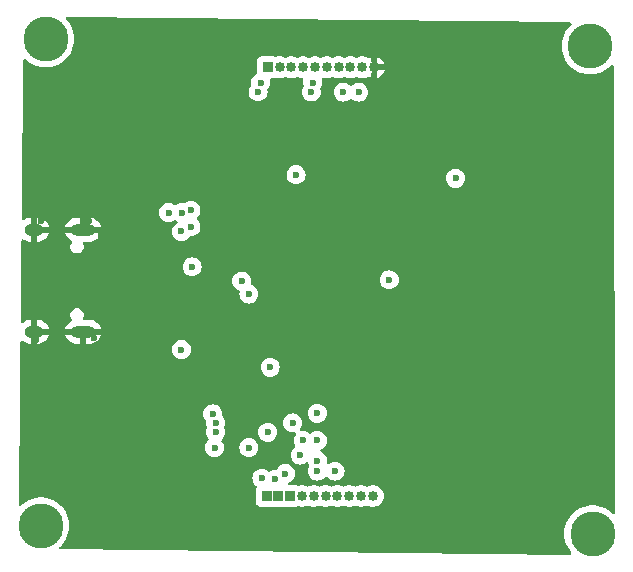
<source format=gbr>
%TF.GenerationSoftware,KiCad,Pcbnew,8.0.3*%
%TF.CreationDate,2024-10-14T16:47:46+01:00*%
%TF.ProjectId,nPM1300 kicad design,6e504d31-3330-4302-906b-696361642064,rev?*%
%TF.SameCoordinates,Original*%
%TF.FileFunction,Copper,L3,Inr*%
%TF.FilePolarity,Positive*%
%FSLAX46Y46*%
G04 Gerber Fmt 4.6, Leading zero omitted, Abs format (unit mm)*
G04 Created by KiCad (PCBNEW 8.0.3) date 2024-10-14 16:47:46*
%MOMM*%
%LPD*%
G01*
G04 APERTURE LIST*
%TA.AperFunction,ComponentPad*%
%ADD10C,3.800000*%
%TD*%
%TA.AperFunction,ComponentPad*%
%ADD11O,2.100000X1.000000*%
%TD*%
%TA.AperFunction,ComponentPad*%
%ADD12O,1.600000X1.000000*%
%TD*%
%TA.AperFunction,ComponentPad*%
%ADD13R,0.850000X0.850000*%
%TD*%
%TA.AperFunction,ComponentPad*%
%ADD14O,0.850000X0.850000*%
%TD*%
%TA.AperFunction,ViaPad*%
%ADD15C,0.600000*%
%TD*%
G04 APERTURE END LIST*
D10*
%TO.N,N/C*%
%TO.C,H1*%
X101700000Y-90100000D03*
%TD*%
%TO.N,N/C*%
%TO.C,H3*%
X148400000Y-90800000D03*
%TD*%
%TO.N,N/C*%
%TO.C,H2*%
X102100000Y-48900000D03*
%TD*%
%TO.N,N/C*%
%TO.C,H4*%
X148200000Y-49500000D03*
%TD*%
D11*
%TO.N,GND*%
%TO.C,J1*%
X105280000Y-65060000D03*
D12*
X101100000Y-65060000D03*
D11*
X105280000Y-73700000D03*
D12*
X101100000Y-73700000D03*
%TD*%
D13*
%TO.N,/GPIO0*%
%TO.C,J2*%
X120800000Y-87600000D03*
%TO.N,/GPIO1*%
X121800000Y-87600000D03*
%TO.N,/GPIO2*%
X122800000Y-87600000D03*
D14*
%TO.N,/GPIO3*%
X123800000Y-87600000D03*
%TO.N,/GPIO4*%
X124800000Y-87600000D03*
%TO.N,VDDIO*%
X125800000Y-87600000D03*
%TO.N,/SCL*%
X126800000Y-87600000D03*
%TO.N,/SDA*%
X127800000Y-87600000D03*
%TO.N,/SHPHLD*%
X128800000Y-87600000D03*
%TO.N,/NTC*%
X129800000Y-87600000D03*
%TD*%
D13*
%TO.N,/LS2_OUT*%
%TO.C,J3*%
X120900000Y-51300000D03*
D14*
%TO.N,/LS2_IN*%
X121900000Y-51300000D03*
%TO.N,/LS1_OUT*%
X122900000Y-51300000D03*
%TO.N,/LS1_IN*%
X123900000Y-51300000D03*
%TO.N,+1V8*%
X124900000Y-51300000D03*
%TO.N,+3V3*%
X125900000Y-51300000D03*
%TO.N,/VBUS_OUT*%
X126900000Y-51300000D03*
%TO.N,VSYS*%
X127900000Y-51300000D03*
%TO.N,/VBAT*%
X128900000Y-51300000D03*
%TO.N,GND*%
X129900000Y-51300000D03*
%TD*%
D15*
%TO.N,VDDIO*%
X119300000Y-83500000D03*
X123640514Y-84130559D03*
X116400000Y-83500000D03*
X125100000Y-84600000D03*
%TO.N,/SDA*%
X116500000Y-82200000D03*
X125095000Y-82900000D03*
X113600000Y-65200000D03*
X113625401Y-63600000D03*
X123895000Y-82900000D03*
X120900000Y-82200000D03*
%TO.N,/SHPHLD*%
X116247016Y-80641049D03*
X125100000Y-80600000D03*
%TO.N,/GPIO0*%
X118700000Y-69400000D03*
X120400000Y-86100000D03*
X112500000Y-63600000D03*
X114500000Y-68200000D03*
%TO.N,/GPIO2*%
X121100000Y-76700000D03*
X122400000Y-85700000D03*
%TO.N,/GPIO1*%
X119300000Y-70500000D03*
X121500000Y-86200000D03*
%TO.N,/SCL*%
X114400000Y-64800000D03*
X125100000Y-85500000D03*
X114400000Y-63400000D03*
X116500000Y-81399997D03*
X126600000Y-85500000D03*
X123000000Y-81400000D03*
%TO.N,+3V3*%
X124586863Y-53391962D03*
X120080222Y-53369222D03*
%TO.N,/LS1_OUT*%
X136800000Y-60700000D03*
X123300000Y-60400000D03*
%TO.N,/VBUS_OUT*%
X128600000Y-53400000D03*
X127300000Y-53400000D03*
%TO.N,GND*%
X134000000Y-84500000D03*
X106200000Y-74200000D03*
X139000000Y-77600000D03*
X139200000Y-74500000D03*
X105800000Y-64300000D03*
X106800000Y-65600000D03*
X149100000Y-63400000D03*
X104700000Y-62300000D03*
X112800000Y-48600000D03*
X139000000Y-66900000D03*
X149700000Y-65100000D03*
X131500000Y-84400000D03*
X109900000Y-78500000D03*
X132600000Y-80000000D03*
X138000000Y-63700000D03*
X146800000Y-72000000D03*
X132800000Y-58500000D03*
X109300000Y-48600000D03*
X105300000Y-58900000D03*
X149600000Y-72300000D03*
X146700000Y-63900000D03*
X149400000Y-69800000D03*
X107000000Y-73100000D03*
X108800000Y-70800000D03*
X110000000Y-76000000D03*
X108800000Y-90100000D03*
X130700000Y-51300000D03*
X136100000Y-76200000D03*
X101300000Y-74400000D03*
X109400000Y-51400000D03*
X114500000Y-66100000D03*
X112400000Y-87600000D03*
X101700000Y-64300000D03*
X114500000Y-76100000D03*
X112300000Y-90200000D03*
%TO.N,+1V8*%
X120300000Y-52600000D03*
X124700000Y-52600000D03*
%TO.N,Net-(U1-VBUS)*%
X113600000Y-75200000D03*
X131200000Y-69300000D03*
%TD*%
%TA.AperFunction,Conductor*%
%TO.N,GND*%
G36*
X146501163Y-47509522D02*
G01*
X146567975Y-47529960D01*
X146613132Y-47583276D01*
X146622296Y-47652542D01*
X146592558Y-47715767D01*
X146584649Y-47723906D01*
X146446653Y-47853494D01*
X146254111Y-48086236D01*
X146092268Y-48341261D01*
X146092265Y-48341267D01*
X145963661Y-48614563D01*
X145963659Y-48614568D01*
X145870320Y-48901835D01*
X145813719Y-49198546D01*
X145813718Y-49198553D01*
X145794754Y-49499994D01*
X145794754Y-49500005D01*
X145813718Y-49801446D01*
X145813719Y-49801453D01*
X145813720Y-49801457D01*
X145862798Y-50058736D01*
X145870320Y-50098164D01*
X145963659Y-50385431D01*
X145963661Y-50385436D01*
X146092265Y-50658732D01*
X146092268Y-50658738D01*
X146254111Y-50913763D01*
X146254114Y-50913767D01*
X146254115Y-50913768D01*
X146414032Y-51107075D01*
X146446652Y-51146505D01*
X146666836Y-51353272D01*
X146666846Y-51353280D01*
X146911193Y-51530808D01*
X146911198Y-51530810D01*
X146911205Y-51530816D01*
X147175896Y-51676332D01*
X147175901Y-51676334D01*
X147175903Y-51676335D01*
X147175904Y-51676336D01*
X147456734Y-51787524D01*
X147456737Y-51787525D01*
X147554259Y-51812564D01*
X147749302Y-51862642D01*
X147896039Y-51881179D01*
X148048963Y-51900499D01*
X148048969Y-51900499D01*
X148048973Y-51900500D01*
X148048975Y-51900500D01*
X148351025Y-51900500D01*
X148351027Y-51900500D01*
X148351032Y-51900499D01*
X148351036Y-51900499D01*
X148430591Y-51890448D01*
X148650698Y-51862642D01*
X148943262Y-51787525D01*
X148980206Y-51772898D01*
X149224095Y-51676336D01*
X149224096Y-51676335D01*
X149224094Y-51676335D01*
X149224104Y-51676332D01*
X149488795Y-51530816D01*
X149733162Y-51353274D01*
X149953349Y-51146504D01*
X149985969Y-51107072D01*
X150043866Y-51067967D01*
X150113717Y-51066370D01*
X150173343Y-51102791D01*
X150203813Y-51165667D01*
X150205511Y-51185827D01*
X150293447Y-88998222D01*
X150273918Y-89065307D01*
X150221221Y-89111184D01*
X150152085Y-89121289D01*
X150088462Y-89092412D01*
X150084577Y-89088914D01*
X149933162Y-88946726D01*
X149933159Y-88946724D01*
X149933153Y-88946719D01*
X149688806Y-88769191D01*
X149688799Y-88769186D01*
X149688795Y-88769184D01*
X149424104Y-88623668D01*
X149424101Y-88623666D01*
X149424096Y-88623664D01*
X149424095Y-88623663D01*
X149143265Y-88512475D01*
X149143262Y-88512474D01*
X148850695Y-88437357D01*
X148551036Y-88399500D01*
X148551027Y-88399500D01*
X148248973Y-88399500D01*
X148248963Y-88399500D01*
X147949304Y-88437357D01*
X147656737Y-88512474D01*
X147656734Y-88512475D01*
X147375904Y-88623663D01*
X147375903Y-88623664D01*
X147111205Y-88769184D01*
X147111193Y-88769191D01*
X146866846Y-88946719D01*
X146866836Y-88946727D01*
X146646652Y-89153494D01*
X146454111Y-89386236D01*
X146292268Y-89641261D01*
X146292265Y-89641267D01*
X146163661Y-89914563D01*
X146163659Y-89914568D01*
X146070320Y-90201835D01*
X146013719Y-90498546D01*
X146013718Y-90498553D01*
X145994754Y-90799994D01*
X145994754Y-90800005D01*
X146013718Y-91101446D01*
X146013719Y-91101453D01*
X146070320Y-91398164D01*
X146163659Y-91685431D01*
X146163661Y-91685436D01*
X146292265Y-91958732D01*
X146292268Y-91958738D01*
X146454113Y-92213766D01*
X146454115Y-92213769D01*
X146589028Y-92376851D01*
X146616593Y-92441053D01*
X146605072Y-92509966D01*
X146558123Y-92561711D01*
X146492177Y-92579884D01*
X103361727Y-92125412D01*
X103294899Y-92105022D01*
X103249703Y-92051739D01*
X103240489Y-91982480D01*
X103270182Y-91919233D01*
X103278150Y-91911027D01*
X103453349Y-91746504D01*
X103645885Y-91513768D01*
X103807733Y-91258736D01*
X103936341Y-90985430D01*
X104029681Y-90698160D01*
X104086280Y-90401457D01*
X104105246Y-90100000D01*
X104093579Y-89914563D01*
X104086281Y-89798553D01*
X104086280Y-89798546D01*
X104086280Y-89798543D01*
X104029681Y-89501840D01*
X103936341Y-89214570D01*
X103807733Y-88941264D01*
X103779828Y-88897293D01*
X103645888Y-88686236D01*
X103645885Y-88686232D01*
X103453349Y-88453496D01*
X103410146Y-88412926D01*
X103255101Y-88267328D01*
X103233162Y-88246726D01*
X103233159Y-88246724D01*
X103233153Y-88246719D01*
X102988806Y-88069191D01*
X102988799Y-88069186D01*
X102988795Y-88069184D01*
X102724104Y-87923668D01*
X102724101Y-87923666D01*
X102724096Y-87923664D01*
X102724095Y-87923663D01*
X102443265Y-87812475D01*
X102443262Y-87812474D01*
X102150695Y-87737357D01*
X101851036Y-87699500D01*
X101851027Y-87699500D01*
X101548973Y-87699500D01*
X101548963Y-87699500D01*
X101249304Y-87737357D01*
X100956737Y-87812474D01*
X100956734Y-87812475D01*
X100675904Y-87923663D01*
X100675903Y-87923664D01*
X100411205Y-88069184D01*
X100411193Y-88069191D01*
X100166846Y-88246719D01*
X100166827Y-88246734D01*
X100020232Y-88384396D01*
X99957888Y-88415938D01*
X99888387Y-88408767D01*
X99833796Y-88365159D01*
X99811448Y-88298960D01*
X99811356Y-88292700D01*
X99835046Y-86099996D01*
X119594435Y-86099996D01*
X119594435Y-86100003D01*
X119614630Y-86279249D01*
X119614631Y-86279254D01*
X119674211Y-86449523D01*
X119770184Y-86602262D01*
X119897737Y-86729815D01*
X119897740Y-86729817D01*
X119909844Y-86737423D01*
X119956135Y-86789758D01*
X119966782Y-86858811D01*
X119943138Y-86916726D01*
X119931206Y-86932665D01*
X119931202Y-86932671D01*
X119880908Y-87067517D01*
X119874501Y-87127116D01*
X119874500Y-87127135D01*
X119874500Y-88072870D01*
X119874501Y-88072876D01*
X119880908Y-88132483D01*
X119931202Y-88267328D01*
X119931206Y-88267335D01*
X120017452Y-88382544D01*
X120017455Y-88382547D01*
X120132664Y-88468793D01*
X120132671Y-88468797D01*
X120267517Y-88519091D01*
X120267516Y-88519091D01*
X120274444Y-88519835D01*
X120327127Y-88525500D01*
X121272872Y-88525499D01*
X121286741Y-88524008D01*
X121313250Y-88524008D01*
X121327127Y-88525500D01*
X122272872Y-88525499D01*
X122286741Y-88524008D01*
X122313250Y-88524008D01*
X122327127Y-88525500D01*
X123272872Y-88525499D01*
X123332483Y-88519091D01*
X123424530Y-88484759D01*
X123494218Y-88479776D01*
X123506039Y-88483678D01*
X123506246Y-88483042D01*
X123512426Y-88485049D01*
X123512429Y-88485051D01*
X123702726Y-88525500D01*
X123897274Y-88525500D01*
X124087566Y-88485052D01*
X124087565Y-88485052D01*
X124087571Y-88485051D01*
X124249569Y-88412925D01*
X124318815Y-88403642D01*
X124350425Y-88412922D01*
X124512429Y-88485051D01*
X124512432Y-88485051D01*
X124512433Y-88485052D01*
X124702726Y-88525500D01*
X124897274Y-88525500D01*
X125087566Y-88485052D01*
X125087565Y-88485052D01*
X125087571Y-88485051D01*
X125249569Y-88412925D01*
X125318815Y-88403642D01*
X125350425Y-88412922D01*
X125512429Y-88485051D01*
X125512432Y-88485051D01*
X125512433Y-88485052D01*
X125702726Y-88525500D01*
X125897274Y-88525500D01*
X126087566Y-88485052D01*
X126087565Y-88485052D01*
X126087571Y-88485051D01*
X126249569Y-88412925D01*
X126318815Y-88403642D01*
X126350425Y-88412922D01*
X126512429Y-88485051D01*
X126512432Y-88485051D01*
X126512433Y-88485052D01*
X126702726Y-88525500D01*
X126897274Y-88525500D01*
X127087566Y-88485052D01*
X127087565Y-88485052D01*
X127087571Y-88485051D01*
X127249569Y-88412925D01*
X127318815Y-88403642D01*
X127350425Y-88412922D01*
X127512429Y-88485051D01*
X127512432Y-88485051D01*
X127512433Y-88485052D01*
X127702726Y-88525500D01*
X127897274Y-88525500D01*
X128087566Y-88485052D01*
X128087565Y-88485052D01*
X128087571Y-88485051D01*
X128249569Y-88412925D01*
X128318815Y-88403642D01*
X128350425Y-88412922D01*
X128512429Y-88485051D01*
X128512432Y-88485051D01*
X128512433Y-88485052D01*
X128702726Y-88525500D01*
X128897274Y-88525500D01*
X129087566Y-88485052D01*
X129087565Y-88485052D01*
X129087571Y-88485051D01*
X129249569Y-88412925D01*
X129318815Y-88403642D01*
X129350425Y-88412922D01*
X129512429Y-88485051D01*
X129512432Y-88485051D01*
X129512433Y-88485052D01*
X129702726Y-88525500D01*
X129897274Y-88525500D01*
X130087571Y-88485051D01*
X130265299Y-88405922D01*
X130422692Y-88291569D01*
X130444513Y-88267335D01*
X130450895Y-88260245D01*
X130552870Y-88146992D01*
X130650144Y-87978508D01*
X130710262Y-87793482D01*
X130730598Y-87600000D01*
X130710262Y-87406518D01*
X130650144Y-87221492D01*
X130650143Y-87221491D01*
X130650143Y-87221489D01*
X130650142Y-87221488D01*
X130595667Y-87127135D01*
X130552870Y-87053008D01*
X130501882Y-86996381D01*
X130422697Y-86908435D01*
X130422694Y-86908433D01*
X130422693Y-86908432D01*
X130422692Y-86908431D01*
X130299999Y-86819289D01*
X130265297Y-86794076D01*
X130120961Y-86729815D01*
X130087571Y-86714949D01*
X130087569Y-86714948D01*
X129897274Y-86674500D01*
X129702726Y-86674500D01*
X129512430Y-86714948D01*
X129512427Y-86714949D01*
X129350434Y-86787072D01*
X129281184Y-86796356D01*
X129249566Y-86787072D01*
X129087572Y-86714949D01*
X129087569Y-86714948D01*
X128897274Y-86674500D01*
X128702726Y-86674500D01*
X128512430Y-86714948D01*
X128512427Y-86714949D01*
X128350434Y-86787072D01*
X128281184Y-86796356D01*
X128249566Y-86787072D01*
X128087572Y-86714949D01*
X128087569Y-86714948D01*
X127897274Y-86674500D01*
X127702726Y-86674500D01*
X127512430Y-86714948D01*
X127512427Y-86714949D01*
X127350434Y-86787072D01*
X127281184Y-86796356D01*
X127249566Y-86787072D01*
X127087572Y-86714949D01*
X127087569Y-86714948D01*
X126897274Y-86674500D01*
X126702726Y-86674500D01*
X126512430Y-86714948D01*
X126512427Y-86714949D01*
X126350434Y-86787072D01*
X126281184Y-86796356D01*
X126249566Y-86787072D01*
X126087572Y-86714949D01*
X126087569Y-86714948D01*
X125897274Y-86674500D01*
X125702726Y-86674500D01*
X125512430Y-86714948D01*
X125512427Y-86714949D01*
X125350434Y-86787072D01*
X125281184Y-86796356D01*
X125249566Y-86787072D01*
X125087572Y-86714949D01*
X125087569Y-86714948D01*
X124897274Y-86674500D01*
X124702726Y-86674500D01*
X124512430Y-86714948D01*
X124512427Y-86714949D01*
X124350434Y-86787072D01*
X124281184Y-86796356D01*
X124249566Y-86787072D01*
X124087572Y-86714949D01*
X124087569Y-86714948D01*
X123897274Y-86674500D01*
X123702726Y-86674500D01*
X123512429Y-86714948D01*
X123506245Y-86716958D01*
X123505349Y-86714201D01*
X123448341Y-86721511D01*
X123424527Y-86715239D01*
X123332482Y-86680908D01*
X123332483Y-86680908D01*
X123272883Y-86674501D01*
X123272881Y-86674500D01*
X123272873Y-86674500D01*
X123272865Y-86674500D01*
X122768558Y-86674500D01*
X122701519Y-86654815D01*
X122655764Y-86602011D01*
X122645820Y-86532853D01*
X122674845Y-86469297D01*
X122727603Y-86433458D01*
X122749522Y-86425789D01*
X122902262Y-86329816D01*
X123029816Y-86202262D01*
X123125789Y-86049522D01*
X123185368Y-85879255D01*
X123205565Y-85700000D01*
X123185368Y-85520745D01*
X123125789Y-85350478D01*
X123107106Y-85320745D01*
X123029815Y-85197737D01*
X122902262Y-85070184D01*
X122749523Y-84974211D01*
X122579254Y-84914631D01*
X122579249Y-84914630D01*
X122400004Y-84894435D01*
X122399996Y-84894435D01*
X122220750Y-84914630D01*
X122220745Y-84914631D01*
X122050476Y-84974211D01*
X121897737Y-85070184D01*
X121770184Y-85197737D01*
X121770182Y-85197740D01*
X121678350Y-85343888D01*
X121626015Y-85390179D01*
X121559475Y-85401135D01*
X121500004Y-85394435D01*
X121499996Y-85394435D01*
X121320750Y-85414630D01*
X121320737Y-85414633D01*
X121150481Y-85474209D01*
X121150472Y-85474213D01*
X121084244Y-85515827D01*
X121017007Y-85534827D01*
X120950172Y-85514459D01*
X120930592Y-85498514D01*
X120902262Y-85470184D01*
X120749523Y-85374211D01*
X120579254Y-85314631D01*
X120579249Y-85314630D01*
X120400004Y-85294435D01*
X120399996Y-85294435D01*
X120220750Y-85314630D01*
X120220745Y-85314631D01*
X120050476Y-85374211D01*
X119897737Y-85470184D01*
X119770184Y-85597737D01*
X119674211Y-85750476D01*
X119614631Y-85920745D01*
X119614630Y-85920750D01*
X119594435Y-86099996D01*
X99835046Y-86099996D01*
X99894025Y-80641045D01*
X115441451Y-80641045D01*
X115441451Y-80641052D01*
X115461646Y-80820298D01*
X115461647Y-80820303D01*
X115521227Y-80990572D01*
X115617200Y-81143311D01*
X115670381Y-81196492D01*
X115703866Y-81257815D01*
X115705920Y-81298056D01*
X115694435Y-81399993D01*
X115694435Y-81400000D01*
X115714630Y-81579246D01*
X115714633Y-81579259D01*
X115776510Y-81756091D01*
X115774366Y-81756840D01*
X115783960Y-81815158D01*
X115775612Y-81843592D01*
X115776510Y-81843906D01*
X115714633Y-82020737D01*
X115714630Y-82020750D01*
X115694435Y-82199996D01*
X115694435Y-82200003D01*
X115714630Y-82379249D01*
X115714631Y-82379254D01*
X115774211Y-82549523D01*
X115870184Y-82702262D01*
X115880241Y-82712319D01*
X115913726Y-82773642D01*
X115908742Y-82843334D01*
X115880241Y-82887681D01*
X115770184Y-82997737D01*
X115674211Y-83150476D01*
X115614631Y-83320745D01*
X115614630Y-83320750D01*
X115594435Y-83499996D01*
X115594435Y-83500003D01*
X115614630Y-83679249D01*
X115614631Y-83679254D01*
X115674211Y-83849523D01*
X115770184Y-84002262D01*
X115897738Y-84129816D01*
X116050478Y-84225789D01*
X116220745Y-84285368D01*
X116220750Y-84285369D01*
X116399996Y-84305565D01*
X116400000Y-84305565D01*
X116400004Y-84305565D01*
X116579249Y-84285369D01*
X116579252Y-84285368D01*
X116579255Y-84285368D01*
X116749522Y-84225789D01*
X116902262Y-84129816D01*
X117029816Y-84002262D01*
X117125789Y-83849522D01*
X117185368Y-83679255D01*
X117192405Y-83616798D01*
X117205565Y-83500003D01*
X117205565Y-83499996D01*
X118494435Y-83499996D01*
X118494435Y-83500003D01*
X118514630Y-83679249D01*
X118514631Y-83679254D01*
X118574211Y-83849523D01*
X118670184Y-84002262D01*
X118797738Y-84129816D01*
X118950478Y-84225789D01*
X119120745Y-84285368D01*
X119120750Y-84285369D01*
X119299996Y-84305565D01*
X119300000Y-84305565D01*
X119300004Y-84305565D01*
X119479249Y-84285369D01*
X119479252Y-84285368D01*
X119479255Y-84285368D01*
X119649522Y-84225789D01*
X119802262Y-84129816D01*
X119929816Y-84002262D01*
X120025789Y-83849522D01*
X120085368Y-83679255D01*
X120092405Y-83616798D01*
X120105565Y-83500003D01*
X120105565Y-83499996D01*
X120085369Y-83320750D01*
X120085368Y-83320745D01*
X120025788Y-83150476D01*
X119929815Y-82997737D01*
X119802262Y-82870184D01*
X119649523Y-82774211D01*
X119479254Y-82714631D01*
X119479249Y-82714630D01*
X119300004Y-82694435D01*
X119299996Y-82694435D01*
X119120750Y-82714630D01*
X119120745Y-82714631D01*
X118950476Y-82774211D01*
X118797737Y-82870184D01*
X118670184Y-82997737D01*
X118574211Y-83150476D01*
X118514631Y-83320745D01*
X118514630Y-83320750D01*
X118494435Y-83499996D01*
X117205565Y-83499996D01*
X117185369Y-83320750D01*
X117185368Y-83320745D01*
X117125788Y-83150476D01*
X117029815Y-82997737D01*
X117019759Y-82987681D01*
X116986274Y-82926358D01*
X116991258Y-82856666D01*
X117019759Y-82812319D01*
X117058436Y-82773642D01*
X117129816Y-82702262D01*
X117225789Y-82549522D01*
X117285368Y-82379255D01*
X117292700Y-82314181D01*
X117305565Y-82200003D01*
X117305565Y-82199996D01*
X120094435Y-82199996D01*
X120094435Y-82200003D01*
X120114630Y-82379249D01*
X120114631Y-82379254D01*
X120174211Y-82549523D01*
X120265266Y-82694435D01*
X120270184Y-82702262D01*
X120397738Y-82829816D01*
X120550478Y-82925789D01*
X120720745Y-82985368D01*
X120720750Y-82985369D01*
X120899996Y-83005565D01*
X120900000Y-83005565D01*
X120900004Y-83005565D01*
X121079249Y-82985369D01*
X121079252Y-82985368D01*
X121079255Y-82985368D01*
X121249522Y-82925789D01*
X121402262Y-82829816D01*
X121529816Y-82702262D01*
X121625789Y-82549522D01*
X121685368Y-82379255D01*
X121692700Y-82314181D01*
X121705565Y-82200003D01*
X121705565Y-82199996D01*
X121685369Y-82020750D01*
X121685368Y-82020745D01*
X121685365Y-82020737D01*
X121625789Y-81850478D01*
X121621186Y-81843153D01*
X121529815Y-81697737D01*
X121402262Y-81570184D01*
X121249523Y-81474211D01*
X121079254Y-81414631D01*
X121079249Y-81414630D01*
X120949362Y-81399996D01*
X122194435Y-81399996D01*
X122194435Y-81400003D01*
X122214630Y-81579249D01*
X122214631Y-81579254D01*
X122274211Y-81749523D01*
X122337646Y-81850478D01*
X122370184Y-81902262D01*
X122497738Y-82029816D01*
X122588080Y-82086582D01*
X122632721Y-82114632D01*
X122650478Y-82125789D01*
X122788860Y-82174211D01*
X122820745Y-82185368D01*
X122820750Y-82185369D01*
X122999996Y-82205565D01*
X123000000Y-82205565D01*
X123000003Y-82205565D01*
X123163288Y-82187167D01*
X123232110Y-82199221D01*
X123283490Y-82246570D01*
X123301114Y-82314181D01*
X123279388Y-82380587D01*
X123266465Y-82396131D01*
X123265184Y-82397737D01*
X123169211Y-82550476D01*
X123109631Y-82720745D01*
X123109630Y-82720750D01*
X123089435Y-82899996D01*
X123089435Y-82900003D01*
X123109630Y-83079249D01*
X123109631Y-83079254D01*
X123169211Y-83249523D01*
X123207646Y-83310692D01*
X123226646Y-83377929D01*
X123206278Y-83444764D01*
X123168627Y-83481656D01*
X123138253Y-83500742D01*
X123138249Y-83500745D01*
X123010698Y-83628296D01*
X122914725Y-83781035D01*
X122855145Y-83951304D01*
X122855144Y-83951309D01*
X122834949Y-84130555D01*
X122834949Y-84130562D01*
X122855144Y-84309808D01*
X122855145Y-84309813D01*
X122914725Y-84480082D01*
X122985832Y-84593247D01*
X123010698Y-84632821D01*
X123138252Y-84760375D01*
X123290992Y-84856348D01*
X123412842Y-84898985D01*
X123461259Y-84915927D01*
X123461264Y-84915928D01*
X123640510Y-84936124D01*
X123640514Y-84936124D01*
X123640518Y-84936124D01*
X123819763Y-84915928D01*
X123819766Y-84915927D01*
X123819769Y-84915927D01*
X123990036Y-84856348D01*
X124142776Y-84760375D01*
X124142779Y-84760371D01*
X124146581Y-84757983D01*
X124213818Y-84738982D01*
X124280653Y-84759349D01*
X124325867Y-84812617D01*
X124329595Y-84822021D01*
X124374209Y-84949519D01*
X124395893Y-84984030D01*
X124414892Y-85051267D01*
X124395893Y-85115970D01*
X124374209Y-85150480D01*
X124314633Y-85320737D01*
X124314630Y-85320750D01*
X124294435Y-85499996D01*
X124294435Y-85500003D01*
X124314630Y-85679249D01*
X124314631Y-85679254D01*
X124374211Y-85849523D01*
X124454994Y-85978087D01*
X124470184Y-86002262D01*
X124597738Y-86129816D01*
X124750478Y-86225789D01*
X124903258Y-86279249D01*
X124920745Y-86285368D01*
X124920750Y-86285369D01*
X125099996Y-86305565D01*
X125100000Y-86305565D01*
X125100004Y-86305565D01*
X125279249Y-86285369D01*
X125279252Y-86285368D01*
X125279255Y-86285368D01*
X125449522Y-86225789D01*
X125602262Y-86129816D01*
X125729816Y-86002262D01*
X125745007Y-85978084D01*
X125797339Y-85931796D01*
X125866393Y-85921146D01*
X125930242Y-85949521D01*
X125954990Y-85978082D01*
X125970184Y-86002262D01*
X126097738Y-86129816D01*
X126250478Y-86225789D01*
X126403258Y-86279249D01*
X126420745Y-86285368D01*
X126420750Y-86285369D01*
X126599996Y-86305565D01*
X126600000Y-86305565D01*
X126600004Y-86305565D01*
X126779249Y-86285369D01*
X126779252Y-86285368D01*
X126779255Y-86285368D01*
X126949522Y-86225789D01*
X127102262Y-86129816D01*
X127229816Y-86002262D01*
X127325789Y-85849522D01*
X127385368Y-85679255D01*
X127405565Y-85500000D01*
X127402659Y-85474211D01*
X127385369Y-85320750D01*
X127385368Y-85320745D01*
X127350000Y-85219669D01*
X127325789Y-85150478D01*
X127229816Y-84997738D01*
X127102262Y-84870184D01*
X127080241Y-84856347D01*
X126949523Y-84774211D01*
X126779254Y-84714631D01*
X126779249Y-84714630D01*
X126600004Y-84694435D01*
X126599996Y-84694435D01*
X126420750Y-84714630D01*
X126420745Y-84714631D01*
X126250476Y-84774211D01*
X126097737Y-84870184D01*
X126097425Y-84870497D01*
X126097173Y-84870634D01*
X126092295Y-84874525D01*
X126091613Y-84873669D01*
X126036099Y-84903976D01*
X125966407Y-84898985D01*
X125910478Y-84857108D01*
X125886067Y-84791641D01*
X125886532Y-84768923D01*
X125905565Y-84600002D01*
X125905565Y-84599996D01*
X125885369Y-84420750D01*
X125885368Y-84420745D01*
X125825789Y-84250478D01*
X125729816Y-84097738D01*
X125602262Y-83970184D01*
X125449522Y-83874211D01*
X125449519Y-83874209D01*
X125426534Y-83866166D01*
X125369758Y-83825444D01*
X125344011Y-83760492D01*
X125357468Y-83691930D01*
X125405855Y-83641527D01*
X125426536Y-83632083D01*
X125444520Y-83625790D01*
X125458831Y-83616798D01*
X125597262Y-83529816D01*
X125724816Y-83402262D01*
X125820789Y-83249522D01*
X125880368Y-83079255D01*
X125890686Y-82987681D01*
X125900565Y-82900003D01*
X125900565Y-82899996D01*
X125880369Y-82720750D01*
X125880368Y-82720745D01*
X125877420Y-82712319D01*
X125820789Y-82550478D01*
X125820188Y-82549522D01*
X125724815Y-82397737D01*
X125597262Y-82270184D01*
X125444523Y-82174211D01*
X125274254Y-82114631D01*
X125274249Y-82114630D01*
X125095004Y-82094435D01*
X125094996Y-82094435D01*
X124915750Y-82114630D01*
X124915745Y-82114631D01*
X124745476Y-82174211D01*
X124592737Y-82270184D01*
X124582681Y-82280241D01*
X124521358Y-82313726D01*
X124451666Y-82308742D01*
X124407319Y-82280241D01*
X124397262Y-82270184D01*
X124244523Y-82174211D01*
X124074254Y-82114631D01*
X124074249Y-82114630D01*
X123895004Y-82094435D01*
X123894996Y-82094435D01*
X123731710Y-82112832D01*
X123662888Y-82100777D01*
X123611509Y-82053428D01*
X123593885Y-81985818D01*
X123615612Y-81919412D01*
X123628508Y-81903901D01*
X123629811Y-81902266D01*
X123629816Y-81902262D01*
X123725789Y-81749522D01*
X123785368Y-81579255D01*
X123797204Y-81474211D01*
X123805565Y-81400003D01*
X123805565Y-81399996D01*
X123785369Y-81220750D01*
X123785368Y-81220745D01*
X123785367Y-81220742D01*
X123725789Y-81050478D01*
X123629816Y-80897738D01*
X123502262Y-80770184D01*
X123458980Y-80742988D01*
X123349523Y-80674211D01*
X123179254Y-80614631D01*
X123179249Y-80614630D01*
X123049362Y-80599996D01*
X124294435Y-80599996D01*
X124294435Y-80600003D01*
X124314630Y-80779249D01*
X124314631Y-80779254D01*
X124374211Y-80949523D01*
X124437646Y-81050478D01*
X124470184Y-81102262D01*
X124597738Y-81229816D01*
X124750478Y-81325789D01*
X124920745Y-81385368D01*
X124920750Y-81385369D01*
X125099996Y-81405565D01*
X125100000Y-81405565D01*
X125100004Y-81405565D01*
X125279249Y-81385369D01*
X125279252Y-81385368D01*
X125279255Y-81385368D01*
X125449522Y-81325789D01*
X125602262Y-81229816D01*
X125729816Y-81102262D01*
X125825789Y-80949522D01*
X125885368Y-80779255D01*
X125886390Y-80770184D01*
X125905565Y-80600003D01*
X125905565Y-80599996D01*
X125885369Y-80420750D01*
X125885368Y-80420745D01*
X125825789Y-80250478D01*
X125729816Y-80097738D01*
X125602262Y-79970184D01*
X125449523Y-79874211D01*
X125279254Y-79814631D01*
X125279249Y-79814630D01*
X125100004Y-79794435D01*
X125099996Y-79794435D01*
X124920750Y-79814630D01*
X124920745Y-79814631D01*
X124750476Y-79874211D01*
X124597737Y-79970184D01*
X124470184Y-80097737D01*
X124374211Y-80250476D01*
X124314631Y-80420745D01*
X124314630Y-80420750D01*
X124294435Y-80599996D01*
X123049362Y-80599996D01*
X123000004Y-80594435D01*
X122999996Y-80594435D01*
X122820750Y-80614630D01*
X122820745Y-80614631D01*
X122650476Y-80674211D01*
X122497737Y-80770184D01*
X122370184Y-80897737D01*
X122274211Y-81050476D01*
X122214631Y-81220745D01*
X122214630Y-81220750D01*
X122194435Y-81399996D01*
X120949362Y-81399996D01*
X120900004Y-81394435D01*
X120899996Y-81394435D01*
X120720750Y-81414630D01*
X120720745Y-81414631D01*
X120550476Y-81474211D01*
X120397737Y-81570184D01*
X120270184Y-81697737D01*
X120174211Y-81850476D01*
X120114631Y-82020745D01*
X120114630Y-82020750D01*
X120094435Y-82199996D01*
X117305565Y-82199996D01*
X117285369Y-82020750D01*
X117285368Y-82020745D01*
X117223489Y-81843905D01*
X117225635Y-81843153D01*
X117216037Y-81784854D01*
X117224391Y-81756407D01*
X117223489Y-81756092D01*
X117285366Y-81579259D01*
X117285369Y-81579246D01*
X117305565Y-81400000D01*
X117305565Y-81399993D01*
X117285369Y-81220747D01*
X117285368Y-81220742D01*
X117225788Y-81050473D01*
X117186582Y-80988077D01*
X117129816Y-80897735D01*
X117076634Y-80844553D01*
X117043149Y-80783230D01*
X117041095Y-80742988D01*
X117052581Y-80641051D01*
X117052581Y-80641045D01*
X117032385Y-80461799D01*
X117032384Y-80461794D01*
X116972804Y-80291525D01*
X116876831Y-80138786D01*
X116749278Y-80011233D01*
X116596539Y-79915260D01*
X116426270Y-79855680D01*
X116426265Y-79855679D01*
X116247020Y-79835484D01*
X116247012Y-79835484D01*
X116067766Y-79855679D01*
X116067761Y-79855680D01*
X115897492Y-79915260D01*
X115744753Y-80011233D01*
X115617200Y-80138786D01*
X115521227Y-80291525D01*
X115461647Y-80461794D01*
X115461646Y-80461799D01*
X115441451Y-80641045D01*
X99894025Y-80641045D01*
X99936605Y-76699996D01*
X120294435Y-76699996D01*
X120294435Y-76700003D01*
X120314630Y-76879249D01*
X120314631Y-76879254D01*
X120374211Y-77049523D01*
X120470184Y-77202262D01*
X120597738Y-77329816D01*
X120750478Y-77425789D01*
X120920745Y-77485368D01*
X120920750Y-77485369D01*
X121099996Y-77505565D01*
X121100000Y-77505565D01*
X121100004Y-77505565D01*
X121279249Y-77485369D01*
X121279252Y-77485368D01*
X121279255Y-77485368D01*
X121449522Y-77425789D01*
X121602262Y-77329816D01*
X121729816Y-77202262D01*
X121825789Y-77049522D01*
X121885368Y-76879255D01*
X121905565Y-76700000D01*
X121885368Y-76520745D01*
X121825789Y-76350478D01*
X121729816Y-76197738D01*
X121602262Y-76070184D01*
X121499422Y-76005565D01*
X121449523Y-75974211D01*
X121279254Y-75914631D01*
X121279249Y-75914630D01*
X121100004Y-75894435D01*
X121099996Y-75894435D01*
X120920750Y-75914630D01*
X120920745Y-75914631D01*
X120750476Y-75974211D01*
X120597737Y-76070184D01*
X120470184Y-76197737D01*
X120374211Y-76350476D01*
X120314631Y-76520745D01*
X120314630Y-76520750D01*
X120294435Y-76699996D01*
X99936605Y-76699996D01*
X99952811Y-75199996D01*
X112794435Y-75199996D01*
X112794435Y-75200003D01*
X112814630Y-75379249D01*
X112814631Y-75379254D01*
X112874211Y-75549523D01*
X112970184Y-75702262D01*
X113097738Y-75829816D01*
X113188080Y-75886582D01*
X113232721Y-75914632D01*
X113250478Y-75925789D01*
X113388860Y-75974211D01*
X113420745Y-75985368D01*
X113420750Y-75985369D01*
X113599996Y-76005565D01*
X113600000Y-76005565D01*
X113600004Y-76005565D01*
X113779249Y-75985369D01*
X113779252Y-75985368D01*
X113779255Y-75985368D01*
X113949522Y-75925789D01*
X114102262Y-75829816D01*
X114229816Y-75702262D01*
X114325789Y-75549522D01*
X114385368Y-75379255D01*
X114405565Y-75200000D01*
X114385368Y-75020745D01*
X114325789Y-74850478D01*
X114229816Y-74697738D01*
X114102262Y-74570184D01*
X113949523Y-74474211D01*
X113779254Y-74414631D01*
X113779249Y-74414630D01*
X113600004Y-74394435D01*
X113599996Y-74394435D01*
X113420750Y-74414630D01*
X113420745Y-74414631D01*
X113250476Y-74474211D01*
X113097737Y-74570184D01*
X112970184Y-74697737D01*
X112874211Y-74850476D01*
X112814631Y-75020745D01*
X112814630Y-75020750D01*
X112794435Y-75199996D01*
X99952811Y-75199996D01*
X99959606Y-74571036D01*
X99980013Y-74504217D01*
X100033308Y-74459036D01*
X100102570Y-74449840D01*
X100156949Y-74474149D01*
X100157472Y-74473367D01*
X100162068Y-74476438D01*
X100162258Y-74476523D01*
X100162533Y-74476748D01*
X100326315Y-74586185D01*
X100326328Y-74586192D01*
X100508306Y-74661569D01*
X100508318Y-74661572D01*
X100701504Y-74699999D01*
X100701508Y-74700000D01*
X100850000Y-74700000D01*
X100850000Y-74000000D01*
X101350000Y-74000000D01*
X101350000Y-74700000D01*
X101498492Y-74700000D01*
X101498495Y-74699999D01*
X101691681Y-74661572D01*
X101691693Y-74661569D01*
X101873671Y-74586192D01*
X101873684Y-74586185D01*
X102037462Y-74476751D01*
X102037466Y-74476748D01*
X102176748Y-74337466D01*
X102176751Y-74337462D01*
X102286185Y-74173684D01*
X102286192Y-74173671D01*
X102361569Y-73991692D01*
X102361569Y-73991690D01*
X102369862Y-73950000D01*
X101566988Y-73950000D01*
X101584205Y-73940060D01*
X101640060Y-73884205D01*
X101679556Y-73815796D01*
X101700000Y-73739496D01*
X101700000Y-73660504D01*
X101679556Y-73584204D01*
X101640060Y-73515795D01*
X101584205Y-73459940D01*
X101566988Y-73450000D01*
X102369862Y-73450000D01*
X103760138Y-73450000D01*
X104563012Y-73450000D01*
X104545795Y-73459940D01*
X104489940Y-73515795D01*
X104450444Y-73584204D01*
X104430000Y-73660504D01*
X104430000Y-73739496D01*
X104450444Y-73815796D01*
X104489940Y-73884205D01*
X104545795Y-73940060D01*
X104563012Y-73950000D01*
X103760138Y-73950000D01*
X103768430Y-73991690D01*
X103768430Y-73991692D01*
X103843807Y-74173671D01*
X103843814Y-74173684D01*
X103953248Y-74337462D01*
X103953251Y-74337466D01*
X104092533Y-74476748D01*
X104092537Y-74476751D01*
X104256315Y-74586185D01*
X104256328Y-74586192D01*
X104438306Y-74661569D01*
X104438318Y-74661572D01*
X104631504Y-74699999D01*
X104631508Y-74700000D01*
X105030000Y-74700000D01*
X105030000Y-74000000D01*
X105530000Y-74000000D01*
X105530000Y-74700000D01*
X105928492Y-74700000D01*
X105928495Y-74699999D01*
X106121681Y-74661572D01*
X106121693Y-74661569D01*
X106303671Y-74586192D01*
X106303684Y-74586185D01*
X106467462Y-74476751D01*
X106467466Y-74476748D01*
X106606748Y-74337466D01*
X106606751Y-74337462D01*
X106716185Y-74173684D01*
X106716192Y-74173671D01*
X106791569Y-73991692D01*
X106791569Y-73991690D01*
X106799862Y-73950000D01*
X105996988Y-73950000D01*
X106014205Y-73940060D01*
X106070060Y-73884205D01*
X106109556Y-73815796D01*
X106130000Y-73739496D01*
X106130000Y-73660504D01*
X106109556Y-73584204D01*
X106070060Y-73515795D01*
X106014205Y-73459940D01*
X105996988Y-73450000D01*
X106799862Y-73450000D01*
X106791569Y-73408309D01*
X106791569Y-73408307D01*
X106716192Y-73226328D01*
X106716185Y-73226315D01*
X106606751Y-73062537D01*
X106606748Y-73062533D01*
X106467466Y-72923251D01*
X106467462Y-72923248D01*
X106303684Y-72813814D01*
X106303671Y-72813807D01*
X106121693Y-72738430D01*
X106121681Y-72738427D01*
X105928495Y-72700000D01*
X105381045Y-72700000D01*
X105314006Y-72680315D01*
X105268251Y-72627511D01*
X105258307Y-72558353D01*
X105273658Y-72514000D01*
X105286279Y-72492138D01*
X105286281Y-72492135D01*
X105325500Y-72345766D01*
X105325500Y-72194234D01*
X105286281Y-72047865D01*
X105210515Y-71916635D01*
X105103365Y-71809485D01*
X105037750Y-71771602D01*
X104972136Y-71733719D01*
X104898950Y-71714109D01*
X104825766Y-71694500D01*
X104674234Y-71694500D01*
X104527863Y-71733719D01*
X104396635Y-71809485D01*
X104396632Y-71809487D01*
X104289487Y-71916632D01*
X104289485Y-71916635D01*
X104213719Y-72047863D01*
X104174500Y-72194234D01*
X104174500Y-72345765D01*
X104213719Y-72492136D01*
X104251602Y-72557750D01*
X104289485Y-72623365D01*
X104289488Y-72623368D01*
X104294432Y-72629811D01*
X104291612Y-72631974D01*
X104317302Y-72679020D01*
X104312318Y-72748712D01*
X104270446Y-72804645D01*
X104261379Y-72810416D01*
X104261387Y-72810427D01*
X104092536Y-72923248D01*
X103953251Y-73062533D01*
X103953248Y-73062537D01*
X103843814Y-73226315D01*
X103843807Y-73226328D01*
X103768430Y-73408307D01*
X103768430Y-73408309D01*
X103760138Y-73450000D01*
X102369862Y-73450000D01*
X102361569Y-73408309D01*
X102361569Y-73408307D01*
X102286192Y-73226328D01*
X102286185Y-73226315D01*
X102176751Y-73062537D01*
X102176748Y-73062533D01*
X102037466Y-72923251D01*
X102037462Y-72923248D01*
X101873684Y-72813814D01*
X101873671Y-72813807D01*
X101691693Y-72738430D01*
X101691681Y-72738427D01*
X101498495Y-72700000D01*
X101350000Y-72700000D01*
X101350000Y-73400000D01*
X100850000Y-73400000D01*
X100850000Y-72700000D01*
X100701504Y-72700000D01*
X100508318Y-72738427D01*
X100508306Y-72738430D01*
X100326328Y-72813807D01*
X100326315Y-72813814D01*
X100171485Y-72917269D01*
X100104807Y-72938147D01*
X100037427Y-72919662D01*
X99990737Y-72867683D01*
X99978601Y-72812831D01*
X100015474Y-69399996D01*
X117894435Y-69399996D01*
X117894435Y-69400003D01*
X117914630Y-69579249D01*
X117914631Y-69579254D01*
X117974211Y-69749523D01*
X118050028Y-69870184D01*
X118070184Y-69902262D01*
X118197738Y-70029816D01*
X118350478Y-70125789D01*
X118421035Y-70150478D01*
X118440460Y-70157275D01*
X118497236Y-70197997D01*
X118522983Y-70262950D01*
X118516548Y-70315268D01*
X118514631Y-70320746D01*
X118494435Y-70499996D01*
X118494435Y-70500003D01*
X118514630Y-70679249D01*
X118514631Y-70679254D01*
X118574211Y-70849523D01*
X118670184Y-71002262D01*
X118797738Y-71129816D01*
X118950478Y-71225789D01*
X119120745Y-71285368D01*
X119120750Y-71285369D01*
X119299996Y-71305565D01*
X119300000Y-71305565D01*
X119300004Y-71305565D01*
X119479249Y-71285369D01*
X119479252Y-71285368D01*
X119479255Y-71285368D01*
X119649522Y-71225789D01*
X119802262Y-71129816D01*
X119929816Y-71002262D01*
X120025789Y-70849522D01*
X120085368Y-70679255D01*
X120105565Y-70500000D01*
X120085368Y-70320745D01*
X120025789Y-70150478D01*
X119929816Y-69997738D01*
X119802262Y-69870184D01*
X119694165Y-69802262D01*
X119649521Y-69774210D01*
X119594518Y-69754964D01*
X119559537Y-69742724D01*
X119502763Y-69702004D01*
X119477015Y-69637051D01*
X119483453Y-69584727D01*
X119485368Y-69579255D01*
X119505565Y-69400000D01*
X119494298Y-69300003D01*
X119494297Y-69299996D01*
X130394435Y-69299996D01*
X130394435Y-69300003D01*
X130414630Y-69479249D01*
X130414631Y-69479254D01*
X130474211Y-69649523D01*
X130515122Y-69714632D01*
X130570184Y-69802262D01*
X130697738Y-69929816D01*
X130788080Y-69986582D01*
X130805833Y-69997737D01*
X130850478Y-70025789D01*
X130861984Y-70029815D01*
X131020745Y-70085368D01*
X131020750Y-70085369D01*
X131199996Y-70105565D01*
X131200000Y-70105565D01*
X131200004Y-70105565D01*
X131379249Y-70085369D01*
X131379252Y-70085368D01*
X131379255Y-70085368D01*
X131549522Y-70025789D01*
X131702262Y-69929816D01*
X131829816Y-69802262D01*
X131925789Y-69649522D01*
X131985368Y-69479255D01*
X131985369Y-69479249D01*
X132005565Y-69300003D01*
X132005565Y-69299996D01*
X131985369Y-69120750D01*
X131985368Y-69120745D01*
X131925789Y-68950478D01*
X131829816Y-68797738D01*
X131702262Y-68670184D01*
X131613852Y-68614632D01*
X131549523Y-68574211D01*
X131379254Y-68514631D01*
X131379249Y-68514630D01*
X131200004Y-68494435D01*
X131199996Y-68494435D01*
X131020750Y-68514630D01*
X131020745Y-68514631D01*
X130850476Y-68574211D01*
X130697737Y-68670184D01*
X130570184Y-68797737D01*
X130474211Y-68950476D01*
X130414631Y-69120745D01*
X130414630Y-69120750D01*
X130394435Y-69299996D01*
X119494297Y-69299996D01*
X119485369Y-69220750D01*
X119485368Y-69220745D01*
X119425788Y-69050476D01*
X119362955Y-68950478D01*
X119329816Y-68897738D01*
X119202262Y-68770184D01*
X119049523Y-68674211D01*
X118879254Y-68614631D01*
X118879249Y-68614630D01*
X118700004Y-68594435D01*
X118699996Y-68594435D01*
X118520750Y-68614630D01*
X118520745Y-68614631D01*
X118350476Y-68674211D01*
X118197737Y-68770184D01*
X118070184Y-68897737D01*
X117974211Y-69050476D01*
X117914631Y-69220745D01*
X117914630Y-69220750D01*
X117894435Y-69399996D01*
X100015474Y-69399996D01*
X100028439Y-68199996D01*
X113694435Y-68199996D01*
X113694435Y-68200003D01*
X113714630Y-68379249D01*
X113714631Y-68379254D01*
X113774211Y-68549523D01*
X113815122Y-68614632D01*
X113870184Y-68702262D01*
X113997738Y-68829816D01*
X114088080Y-68886582D01*
X114105833Y-68897737D01*
X114150478Y-68925789D01*
X114320745Y-68985368D01*
X114320750Y-68985369D01*
X114499996Y-69005565D01*
X114500000Y-69005565D01*
X114500004Y-69005565D01*
X114679249Y-68985369D01*
X114679252Y-68985368D01*
X114679255Y-68985368D01*
X114849522Y-68925789D01*
X115002262Y-68829816D01*
X115129816Y-68702262D01*
X115225789Y-68549522D01*
X115285368Y-68379255D01*
X115305565Y-68200000D01*
X115285368Y-68020745D01*
X115225789Y-67850478D01*
X115129816Y-67697738D01*
X115002262Y-67570184D01*
X114849523Y-67474211D01*
X114679254Y-67414631D01*
X114679249Y-67414630D01*
X114500004Y-67394435D01*
X114499996Y-67394435D01*
X114320750Y-67414630D01*
X114320745Y-67414631D01*
X114150476Y-67474211D01*
X113997737Y-67570184D01*
X113870184Y-67697737D01*
X113774211Y-67850476D01*
X113714631Y-68020745D01*
X113714630Y-68020750D01*
X113694435Y-68199996D01*
X100028439Y-68199996D01*
X100052276Y-65993716D01*
X100072683Y-65926897D01*
X100125978Y-65881716D01*
X100195240Y-65872520D01*
X100245159Y-65891958D01*
X100326315Y-65946185D01*
X100326328Y-65946192D01*
X100508306Y-66021569D01*
X100508318Y-66021572D01*
X100701504Y-66059999D01*
X100701508Y-66060000D01*
X100850000Y-66060000D01*
X100850000Y-65360000D01*
X101350000Y-65360000D01*
X101350000Y-66060000D01*
X101498492Y-66060000D01*
X101498495Y-66059999D01*
X101691681Y-66021572D01*
X101691693Y-66021569D01*
X101873671Y-65946192D01*
X101873684Y-65946185D01*
X102037462Y-65836751D01*
X102037466Y-65836748D01*
X102176748Y-65697466D01*
X102176751Y-65697462D01*
X102286185Y-65533684D01*
X102286192Y-65533671D01*
X102361569Y-65351692D01*
X102361569Y-65351690D01*
X102369862Y-65310000D01*
X101566988Y-65310000D01*
X101584205Y-65300060D01*
X101640060Y-65244205D01*
X101679556Y-65175796D01*
X101700000Y-65099496D01*
X101700000Y-65020504D01*
X101679556Y-64944204D01*
X101640060Y-64875795D01*
X101584205Y-64819940D01*
X101566988Y-64810000D01*
X102369862Y-64810000D01*
X103760138Y-64810000D01*
X104563012Y-64810000D01*
X104545795Y-64819940D01*
X104489940Y-64875795D01*
X104450444Y-64944204D01*
X104430000Y-65020504D01*
X104430000Y-65099496D01*
X104450444Y-65175796D01*
X104489940Y-65244205D01*
X104545795Y-65300060D01*
X104563012Y-65310000D01*
X103760138Y-65310000D01*
X103768430Y-65351690D01*
X103768430Y-65351692D01*
X103843807Y-65533671D01*
X103843814Y-65533684D01*
X103953248Y-65697462D01*
X103953251Y-65697466D01*
X104092533Y-65836748D01*
X104092537Y-65836751D01*
X104261387Y-65949574D01*
X104260430Y-65951005D01*
X104304425Y-65994211D01*
X104319895Y-66062346D01*
X104296072Y-66128029D01*
X104294309Y-66130094D01*
X104294432Y-66130189D01*
X104289485Y-66136635D01*
X104213719Y-66267863D01*
X104174500Y-66414234D01*
X104174500Y-66565765D01*
X104213719Y-66712136D01*
X104251602Y-66777750D01*
X104289485Y-66843365D01*
X104396635Y-66950515D01*
X104527865Y-67026281D01*
X104674234Y-67065500D01*
X104674236Y-67065500D01*
X104825764Y-67065500D01*
X104825766Y-67065500D01*
X104972135Y-67026281D01*
X105103365Y-66950515D01*
X105210515Y-66843365D01*
X105286281Y-66712135D01*
X105325500Y-66565766D01*
X105325500Y-66414234D01*
X105286281Y-66267865D01*
X105286279Y-66267861D01*
X105273658Y-66246000D01*
X105257185Y-66178099D01*
X105280038Y-66112073D01*
X105334959Y-66068882D01*
X105381045Y-66060000D01*
X105928492Y-66060000D01*
X105928495Y-66059999D01*
X106121681Y-66021572D01*
X106121693Y-66021569D01*
X106303671Y-65946192D01*
X106303684Y-65946185D01*
X106467462Y-65836751D01*
X106467466Y-65836748D01*
X106606748Y-65697466D01*
X106606751Y-65697462D01*
X106716185Y-65533684D01*
X106716192Y-65533671D01*
X106791569Y-65351692D01*
X106791569Y-65351690D01*
X106799862Y-65310000D01*
X105996988Y-65310000D01*
X106014205Y-65300060D01*
X106070060Y-65244205D01*
X106109556Y-65175796D01*
X106130000Y-65099496D01*
X106130000Y-65020504D01*
X106109556Y-64944204D01*
X106070060Y-64875795D01*
X106014205Y-64819940D01*
X105996988Y-64810000D01*
X106799862Y-64810000D01*
X106791569Y-64768309D01*
X106791569Y-64768307D01*
X106716192Y-64586328D01*
X106716185Y-64586315D01*
X106606751Y-64422537D01*
X106606748Y-64422533D01*
X106467466Y-64283251D01*
X106467462Y-64283248D01*
X106303684Y-64173814D01*
X106303671Y-64173807D01*
X106121693Y-64098430D01*
X106121681Y-64098427D01*
X105928495Y-64060000D01*
X105530000Y-64060000D01*
X105530000Y-64760000D01*
X105030000Y-64760000D01*
X105030000Y-64060000D01*
X104631504Y-64060000D01*
X104438318Y-64098427D01*
X104438306Y-64098430D01*
X104256328Y-64173807D01*
X104256315Y-64173814D01*
X104092537Y-64283248D01*
X104092533Y-64283251D01*
X103953251Y-64422533D01*
X103953248Y-64422537D01*
X103843814Y-64586315D01*
X103843807Y-64586328D01*
X103768430Y-64768307D01*
X103768430Y-64768309D01*
X103760138Y-64810000D01*
X102369862Y-64810000D01*
X102361569Y-64768309D01*
X102361569Y-64768307D01*
X102286192Y-64586328D01*
X102286185Y-64586315D01*
X102176751Y-64422537D01*
X102176748Y-64422533D01*
X102037466Y-64283251D01*
X102037462Y-64283248D01*
X101873684Y-64173814D01*
X101873671Y-64173807D01*
X101691693Y-64098430D01*
X101691681Y-64098427D01*
X101498495Y-64060000D01*
X101350000Y-64060000D01*
X101350000Y-64760000D01*
X100850000Y-64760000D01*
X100850000Y-64060000D01*
X100701504Y-64060000D01*
X100508318Y-64098427D01*
X100508306Y-64098430D01*
X100326328Y-64173807D01*
X100326315Y-64173814D01*
X100265511Y-64214443D01*
X100198833Y-64235321D01*
X100131453Y-64216836D01*
X100084763Y-64164858D01*
X100072627Y-64110004D01*
X100078137Y-63599996D01*
X111694435Y-63599996D01*
X111694435Y-63600003D01*
X111714630Y-63779249D01*
X111714631Y-63779254D01*
X111774211Y-63949523D01*
X111813669Y-64012319D01*
X111870184Y-64102262D01*
X111997738Y-64229816D01*
X112082774Y-64283248D01*
X112105833Y-64297737D01*
X112150478Y-64325789D01*
X112189262Y-64339360D01*
X112320745Y-64385368D01*
X112320750Y-64385369D01*
X112499996Y-64405565D01*
X112500000Y-64405565D01*
X112500004Y-64405565D01*
X112679249Y-64385369D01*
X112679252Y-64385368D01*
X112679255Y-64385368D01*
X112849522Y-64325789D01*
X112996729Y-64233292D01*
X113063964Y-64214292D01*
X113128670Y-64233291D01*
X113214187Y-64287025D01*
X113260478Y-64339360D01*
X113271126Y-64408414D01*
X113242751Y-64472262D01*
X113214188Y-64497012D01*
X113097740Y-64570182D01*
X113097737Y-64570184D01*
X112970184Y-64697737D01*
X112874211Y-64850476D01*
X112814631Y-65020745D01*
X112814630Y-65020750D01*
X112794435Y-65199996D01*
X112794435Y-65200003D01*
X112814630Y-65379249D01*
X112814631Y-65379254D01*
X112874211Y-65549523D01*
X112943643Y-65660023D01*
X112970184Y-65702262D01*
X113097738Y-65829816D01*
X113108775Y-65836751D01*
X113232511Y-65914500D01*
X113250478Y-65925789D01*
X113420745Y-65985368D01*
X113420750Y-65985369D01*
X113599996Y-66005565D01*
X113600000Y-66005565D01*
X113600004Y-66005565D01*
X113779249Y-65985369D01*
X113779252Y-65985368D01*
X113779255Y-65985368D01*
X113949522Y-65925789D01*
X114102262Y-65829816D01*
X114229816Y-65702262D01*
X114256358Y-65660020D01*
X114308689Y-65613732D01*
X114375233Y-65602774D01*
X114400000Y-65605565D01*
X114400001Y-65605564D01*
X114400002Y-65605565D01*
X114400004Y-65605565D01*
X114579249Y-65585369D01*
X114579252Y-65585368D01*
X114579255Y-65585368D01*
X114749522Y-65525789D01*
X114902262Y-65429816D01*
X115029816Y-65302262D01*
X115125789Y-65149522D01*
X115185368Y-64979255D01*
X115185369Y-64979249D01*
X115205565Y-64800003D01*
X115205565Y-64799996D01*
X115185369Y-64620750D01*
X115185368Y-64620745D01*
X115142072Y-64497012D01*
X115125789Y-64450478D01*
X115108232Y-64422537D01*
X115055969Y-64339360D01*
X115029816Y-64297738D01*
X114919759Y-64187681D01*
X114886274Y-64126358D01*
X114891258Y-64056666D01*
X114919759Y-64012319D01*
X115029816Y-63902262D01*
X115125789Y-63749522D01*
X115185368Y-63579255D01*
X115205565Y-63400000D01*
X115188718Y-63250478D01*
X115185369Y-63220750D01*
X115185368Y-63220745D01*
X115142326Y-63097738D01*
X115125789Y-63050478D01*
X115029816Y-62897738D01*
X114902262Y-62770184D01*
X114749523Y-62674211D01*
X114579254Y-62614631D01*
X114579249Y-62614630D01*
X114400004Y-62594435D01*
X114399996Y-62594435D01*
X114220750Y-62614630D01*
X114220745Y-62614631D01*
X114050476Y-62674211D01*
X113897736Y-62770185D01*
X113890586Y-62777335D01*
X113829261Y-62810817D01*
X113789025Y-62812870D01*
X113625405Y-62794435D01*
X113625397Y-62794435D01*
X113446151Y-62814630D01*
X113446146Y-62814631D01*
X113275877Y-62874211D01*
X113128672Y-62966707D01*
X113061435Y-62985707D01*
X112996728Y-62966707D01*
X112849523Y-62874211D01*
X112679254Y-62814631D01*
X112679249Y-62814630D01*
X112500004Y-62794435D01*
X112499996Y-62794435D01*
X112320750Y-62814630D01*
X112320745Y-62814631D01*
X112150476Y-62874211D01*
X111997737Y-62970184D01*
X111870184Y-63097737D01*
X111774211Y-63250476D01*
X111714631Y-63420745D01*
X111714630Y-63420750D01*
X111694435Y-63599996D01*
X100078137Y-63599996D01*
X100112710Y-60399996D01*
X122494435Y-60399996D01*
X122494435Y-60400003D01*
X122514630Y-60579249D01*
X122514631Y-60579254D01*
X122574211Y-60749523D01*
X122655724Y-60879249D01*
X122670184Y-60902262D01*
X122797738Y-61029816D01*
X122950478Y-61125789D01*
X123120745Y-61185368D01*
X123120750Y-61185369D01*
X123299996Y-61205565D01*
X123300000Y-61205565D01*
X123300004Y-61205565D01*
X123479249Y-61185369D01*
X123479252Y-61185368D01*
X123479255Y-61185368D01*
X123649522Y-61125789D01*
X123802262Y-61029816D01*
X123929816Y-60902262D01*
X124025789Y-60749522D01*
X124043119Y-60699996D01*
X135994435Y-60699996D01*
X135994435Y-60700003D01*
X136014630Y-60879249D01*
X136014631Y-60879254D01*
X136074211Y-61049523D01*
X136159569Y-61185368D01*
X136170184Y-61202262D01*
X136297738Y-61329816D01*
X136450478Y-61425789D01*
X136620745Y-61485368D01*
X136620750Y-61485369D01*
X136799996Y-61505565D01*
X136800000Y-61505565D01*
X136800004Y-61505565D01*
X136979249Y-61485369D01*
X136979252Y-61485368D01*
X136979255Y-61485368D01*
X137149522Y-61425789D01*
X137302262Y-61329816D01*
X137429816Y-61202262D01*
X137525789Y-61049522D01*
X137585368Y-60879255D01*
X137599985Y-60749523D01*
X137605565Y-60700003D01*
X137605565Y-60699996D01*
X137585369Y-60520750D01*
X137585368Y-60520745D01*
X137525789Y-60350478D01*
X137429816Y-60197738D01*
X137302262Y-60070184D01*
X137270897Y-60050476D01*
X137149523Y-59974211D01*
X136979254Y-59914631D01*
X136979249Y-59914630D01*
X136800004Y-59894435D01*
X136799996Y-59894435D01*
X136620750Y-59914630D01*
X136620745Y-59914631D01*
X136450476Y-59974211D01*
X136297737Y-60070184D01*
X136170184Y-60197737D01*
X136074211Y-60350476D01*
X136014631Y-60520745D01*
X136014630Y-60520750D01*
X135994435Y-60699996D01*
X124043119Y-60699996D01*
X124085368Y-60579255D01*
X124091960Y-60520750D01*
X124105565Y-60400003D01*
X124105565Y-60399996D01*
X124085369Y-60220750D01*
X124085368Y-60220745D01*
X124025789Y-60050478D01*
X123929816Y-59897738D01*
X123802262Y-59770184D01*
X123649523Y-59674211D01*
X123479254Y-59614631D01*
X123479249Y-59614630D01*
X123300004Y-59594435D01*
X123299996Y-59594435D01*
X123120750Y-59614630D01*
X123120745Y-59614631D01*
X122950476Y-59674211D01*
X122797737Y-59770184D01*
X122670184Y-59897737D01*
X122574211Y-60050476D01*
X122514631Y-60220745D01*
X122514630Y-60220750D01*
X122494435Y-60399996D01*
X100112710Y-60399996D01*
X100188671Y-53369218D01*
X119274657Y-53369218D01*
X119274657Y-53369225D01*
X119294852Y-53548471D01*
X119294853Y-53548476D01*
X119354433Y-53718745D01*
X119449561Y-53870139D01*
X119450406Y-53871484D01*
X119577960Y-53999038D01*
X119730700Y-54095011D01*
X119900967Y-54154590D01*
X119900972Y-54154591D01*
X120080218Y-54174787D01*
X120080222Y-54174787D01*
X120080226Y-54174787D01*
X120259471Y-54154591D01*
X120259474Y-54154590D01*
X120259477Y-54154590D01*
X120429744Y-54095011D01*
X120582484Y-53999038D01*
X120710038Y-53871484D01*
X120806011Y-53718744D01*
X120865590Y-53548477D01*
X120882319Y-53400003D01*
X120885787Y-53369225D01*
X120885787Y-53369219D01*
X120869898Y-53228206D01*
X120881952Y-53159384D01*
X120905436Y-53126641D01*
X120929816Y-53102262D01*
X121025789Y-52949522D01*
X121085368Y-52779255D01*
X121086390Y-52770184D01*
X121105565Y-52600003D01*
X121105565Y-52599996D01*
X121085369Y-52420750D01*
X121085367Y-52420742D01*
X121074769Y-52390453D01*
X121071208Y-52320674D01*
X121105937Y-52260047D01*
X121167931Y-52227820D01*
X121191811Y-52225499D01*
X121372871Y-52225499D01*
X121372872Y-52225499D01*
X121432483Y-52219091D01*
X121524530Y-52184759D01*
X121594218Y-52179776D01*
X121606039Y-52183678D01*
X121606246Y-52183042D01*
X121612426Y-52185049D01*
X121612429Y-52185051D01*
X121802726Y-52225500D01*
X121997274Y-52225500D01*
X122152413Y-52192524D01*
X122187571Y-52185051D01*
X122349569Y-52112925D01*
X122418815Y-52103642D01*
X122450425Y-52112922D01*
X122612429Y-52185051D01*
X122612432Y-52185051D01*
X122612433Y-52185052D01*
X122802726Y-52225500D01*
X122997274Y-52225500D01*
X123152413Y-52192524D01*
X123187571Y-52185051D01*
X123349569Y-52112925D01*
X123418815Y-52103642D01*
X123450425Y-52112922D01*
X123612429Y-52185051D01*
X123612432Y-52185051D01*
X123612433Y-52185052D01*
X123802726Y-52225500D01*
X123808189Y-52225500D01*
X123875228Y-52245185D01*
X123920983Y-52297989D01*
X123930927Y-52367147D01*
X123925230Y-52390455D01*
X123914633Y-52420737D01*
X123914630Y-52420750D01*
X123894435Y-52599996D01*
X123894435Y-52600003D01*
X123914631Y-52779252D01*
X123934903Y-52837188D01*
X123938464Y-52906967D01*
X123922856Y-52944113D01*
X123861071Y-53042444D01*
X123801496Y-53212699D01*
X123801493Y-53212712D01*
X123781298Y-53391958D01*
X123781298Y-53391965D01*
X123801493Y-53571211D01*
X123801494Y-53571216D01*
X123861074Y-53741485D01*
X123866125Y-53749523D01*
X123957047Y-53894224D01*
X124084601Y-54021778D01*
X124174943Y-54078544D01*
X124201150Y-54095011D01*
X124237341Y-54117751D01*
X124342621Y-54154590D01*
X124407608Y-54177330D01*
X124407613Y-54177331D01*
X124586859Y-54197527D01*
X124586863Y-54197527D01*
X124586867Y-54197527D01*
X124766112Y-54177331D01*
X124766115Y-54177330D01*
X124766118Y-54177330D01*
X124936385Y-54117751D01*
X125089125Y-54021778D01*
X125216679Y-53894224D01*
X125312652Y-53741484D01*
X125372231Y-53571217D01*
X125374793Y-53548477D01*
X125391523Y-53399996D01*
X126494435Y-53399996D01*
X126494435Y-53400003D01*
X126514630Y-53579249D01*
X126514631Y-53579254D01*
X126574211Y-53749523D01*
X126650000Y-53870139D01*
X126670184Y-53902262D01*
X126797738Y-54029816D01*
X126888080Y-54086582D01*
X126937685Y-54117751D01*
X126950478Y-54125789D01*
X127090506Y-54174787D01*
X127120745Y-54185368D01*
X127120750Y-54185369D01*
X127299996Y-54205565D01*
X127300000Y-54205565D01*
X127300004Y-54205565D01*
X127479249Y-54185369D01*
X127479252Y-54185368D01*
X127479255Y-54185368D01*
X127649522Y-54125789D01*
X127802262Y-54029816D01*
X127862319Y-53969759D01*
X127923642Y-53936274D01*
X127993334Y-53941258D01*
X128037681Y-53969759D01*
X128097738Y-54029816D01*
X128188080Y-54086582D01*
X128237685Y-54117751D01*
X128250478Y-54125789D01*
X128390506Y-54174787D01*
X128420745Y-54185368D01*
X128420750Y-54185369D01*
X128599996Y-54205565D01*
X128600000Y-54205565D01*
X128600004Y-54205565D01*
X128779249Y-54185369D01*
X128779252Y-54185368D01*
X128779255Y-54185368D01*
X128949522Y-54125789D01*
X129102262Y-54029816D01*
X129229816Y-53902262D01*
X129325789Y-53749522D01*
X129385368Y-53579255D01*
X129386274Y-53571216D01*
X129405565Y-53400003D01*
X129405565Y-53399996D01*
X129385369Y-53220750D01*
X129385368Y-53220745D01*
X129342561Y-53098409D01*
X129325789Y-53050478D01*
X129320738Y-53042440D01*
X129258955Y-52944113D01*
X129229816Y-52897738D01*
X129102262Y-52770184D01*
X128949523Y-52674211D01*
X128779254Y-52614631D01*
X128779249Y-52614630D01*
X128600004Y-52594435D01*
X128599996Y-52594435D01*
X128420750Y-52614630D01*
X128420745Y-52614631D01*
X128250476Y-52674211D01*
X128097737Y-52770184D01*
X128037681Y-52830241D01*
X127976358Y-52863726D01*
X127906666Y-52858742D01*
X127862319Y-52830241D01*
X127802262Y-52770184D01*
X127649523Y-52674211D01*
X127479254Y-52614631D01*
X127479249Y-52614630D01*
X127300004Y-52594435D01*
X127299996Y-52594435D01*
X127120750Y-52614630D01*
X127120745Y-52614631D01*
X126950476Y-52674211D01*
X126797737Y-52770184D01*
X126670184Y-52897737D01*
X126574211Y-53050476D01*
X126514631Y-53220745D01*
X126514630Y-53220750D01*
X126494435Y-53399996D01*
X125391523Y-53399996D01*
X125392428Y-53391965D01*
X125392428Y-53391958D01*
X125372232Y-53212714D01*
X125372231Y-53212713D01*
X125372231Y-53212707D01*
X125351957Y-53154770D01*
X125348397Y-53084994D01*
X125364005Y-53047849D01*
X125425789Y-52949522D01*
X125485368Y-52779255D01*
X125486390Y-52770184D01*
X125505565Y-52600003D01*
X125505565Y-52599996D01*
X125485369Y-52420750D01*
X125485368Y-52420745D01*
X125458674Y-52344458D01*
X125455113Y-52274679D01*
X125489842Y-52214051D01*
X125551835Y-52181824D01*
X125605779Y-52185077D01*
X125606072Y-52183700D01*
X125802726Y-52225500D01*
X125997274Y-52225500D01*
X126152413Y-52192524D01*
X126187571Y-52185051D01*
X126349569Y-52112925D01*
X126418815Y-52103642D01*
X126450425Y-52112922D01*
X126612429Y-52185051D01*
X126612432Y-52185051D01*
X126612433Y-52185052D01*
X126802726Y-52225500D01*
X126997274Y-52225500D01*
X127152413Y-52192524D01*
X127187571Y-52185051D01*
X127349569Y-52112925D01*
X127418815Y-52103642D01*
X127450425Y-52112922D01*
X127612429Y-52185051D01*
X127612432Y-52185051D01*
X127612433Y-52185052D01*
X127802726Y-52225500D01*
X127997274Y-52225500D01*
X128152413Y-52192524D01*
X128187571Y-52185051D01*
X128349569Y-52112925D01*
X128418815Y-52103642D01*
X128450425Y-52112922D01*
X128612429Y-52185051D01*
X128612432Y-52185051D01*
X128612433Y-52185052D01*
X128802726Y-52225500D01*
X128997274Y-52225500D01*
X129152413Y-52192524D01*
X129187571Y-52185051D01*
X129350184Y-52112651D01*
X129419429Y-52103368D01*
X129451051Y-52112653D01*
X129612585Y-52184573D01*
X129649999Y-52192524D01*
X129650000Y-52192524D01*
X130150000Y-52192524D01*
X130187412Y-52184573D01*
X130365049Y-52105484D01*
X130522357Y-51991192D01*
X130522360Y-51991190D01*
X130652463Y-51846694D01*
X130749682Y-51678307D01*
X130749683Y-51678306D01*
X130791372Y-51550000D01*
X130150000Y-51550000D01*
X130150000Y-52192524D01*
X129650000Y-52192524D01*
X129650000Y-51885189D01*
X129666613Y-51823189D01*
X129750142Y-51678511D01*
X129750143Y-51678510D01*
X129750209Y-51678307D01*
X129798822Y-51528689D01*
X129850272Y-51550000D01*
X129949728Y-51550000D01*
X130041614Y-51511940D01*
X130111940Y-51441614D01*
X130150000Y-51349728D01*
X130150000Y-51250272D01*
X130111940Y-51158386D01*
X130041614Y-51088060D01*
X129949728Y-51050000D01*
X130150000Y-51050000D01*
X130791372Y-51050000D01*
X130791371Y-51049999D01*
X130749683Y-50921693D01*
X130749682Y-50921692D01*
X130652463Y-50753305D01*
X130652464Y-50753305D01*
X130522360Y-50608809D01*
X130522357Y-50608807D01*
X130365051Y-50494516D01*
X130187412Y-50415426D01*
X130150000Y-50407473D01*
X130150000Y-51050000D01*
X129949728Y-51050000D01*
X129850272Y-51050000D01*
X129798822Y-51071310D01*
X129750144Y-50921492D01*
X129750143Y-50921491D01*
X129750143Y-50921489D01*
X129750142Y-50921488D01*
X129666613Y-50776811D01*
X129650000Y-50714811D01*
X129650000Y-50407473D01*
X129612585Y-50415426D01*
X129612580Y-50415428D01*
X129451052Y-50487346D01*
X129381802Y-50496631D01*
X129350181Y-50487347D01*
X129224085Y-50431206D01*
X129187571Y-50414949D01*
X129187569Y-50414948D01*
X128997274Y-50374500D01*
X128802726Y-50374500D01*
X128612430Y-50414948D01*
X128612427Y-50414949D01*
X128450434Y-50487072D01*
X128381184Y-50496356D01*
X128349566Y-50487072D01*
X128187572Y-50414949D01*
X128187569Y-50414948D01*
X127997274Y-50374500D01*
X127802726Y-50374500D01*
X127612430Y-50414948D01*
X127612427Y-50414949D01*
X127450434Y-50487072D01*
X127381184Y-50496356D01*
X127349566Y-50487072D01*
X127187572Y-50414949D01*
X127187569Y-50414948D01*
X126997274Y-50374500D01*
X126802726Y-50374500D01*
X126612430Y-50414948D01*
X126612427Y-50414949D01*
X126450434Y-50487072D01*
X126381184Y-50496356D01*
X126349566Y-50487072D01*
X126187572Y-50414949D01*
X126187569Y-50414948D01*
X125997274Y-50374500D01*
X125802726Y-50374500D01*
X125612430Y-50414948D01*
X125612427Y-50414949D01*
X125450434Y-50487072D01*
X125381184Y-50496356D01*
X125349566Y-50487072D01*
X125187572Y-50414949D01*
X125187569Y-50414948D01*
X124997274Y-50374500D01*
X124802726Y-50374500D01*
X124612430Y-50414948D01*
X124612427Y-50414949D01*
X124450434Y-50487072D01*
X124381184Y-50496356D01*
X124349566Y-50487072D01*
X124187572Y-50414949D01*
X124187569Y-50414948D01*
X123997274Y-50374500D01*
X123802726Y-50374500D01*
X123612430Y-50414948D01*
X123612427Y-50414949D01*
X123450434Y-50487072D01*
X123381184Y-50496356D01*
X123349566Y-50487072D01*
X123187572Y-50414949D01*
X123187569Y-50414948D01*
X122997274Y-50374500D01*
X122802726Y-50374500D01*
X122612430Y-50414948D01*
X122612427Y-50414949D01*
X122450434Y-50487072D01*
X122381184Y-50496356D01*
X122349566Y-50487072D01*
X122187572Y-50414949D01*
X122187569Y-50414948D01*
X121997274Y-50374500D01*
X121802726Y-50374500D01*
X121612429Y-50414948D01*
X121606245Y-50416958D01*
X121605349Y-50414201D01*
X121548341Y-50421511D01*
X121524527Y-50415239D01*
X121432482Y-50380908D01*
X121432483Y-50380908D01*
X121372883Y-50374501D01*
X121372881Y-50374500D01*
X121372873Y-50374500D01*
X121372864Y-50374500D01*
X120427129Y-50374500D01*
X120427123Y-50374501D01*
X120367516Y-50380908D01*
X120232671Y-50431202D01*
X120232664Y-50431206D01*
X120117455Y-50517452D01*
X120117452Y-50517455D01*
X120031206Y-50632664D01*
X120031202Y-50632671D01*
X119980908Y-50767517D01*
X119974501Y-50827116D01*
X119974500Y-50827135D01*
X119974500Y-51772870D01*
X119974502Y-51772898D01*
X119974905Y-51776647D01*
X119962490Y-51845405D01*
X119917586Y-51894877D01*
X119797743Y-51970179D01*
X119797737Y-51970184D01*
X119670184Y-52097737D01*
X119574211Y-52250476D01*
X119514631Y-52420745D01*
X119514630Y-52420750D01*
X119494435Y-52599996D01*
X119494435Y-52600004D01*
X119510322Y-52741016D01*
X119498267Y-52809838D01*
X119474786Y-52842577D01*
X119450409Y-52866954D01*
X119450408Y-52866956D01*
X119354433Y-53019698D01*
X119294853Y-53189967D01*
X119294852Y-53189972D01*
X119274657Y-53369218D01*
X100188671Y-53369218D01*
X100217398Y-50710325D01*
X100237806Y-50643505D01*
X100291101Y-50598324D01*
X100360363Y-50589128D01*
X100423601Y-50618838D01*
X100426275Y-50621276D01*
X100566836Y-50753272D01*
X100566846Y-50753280D01*
X100811193Y-50930808D01*
X100811198Y-50930810D01*
X100811205Y-50930816D01*
X101075896Y-51076332D01*
X101075901Y-51076334D01*
X101075903Y-51076335D01*
X101075904Y-51076336D01*
X101356734Y-51187524D01*
X101356737Y-51187525D01*
X101454259Y-51212564D01*
X101649302Y-51262642D01*
X101796039Y-51281179D01*
X101948963Y-51300499D01*
X101948969Y-51300499D01*
X101948973Y-51300500D01*
X101948975Y-51300500D01*
X102251025Y-51300500D01*
X102251027Y-51300500D01*
X102251032Y-51300499D01*
X102251036Y-51300499D01*
X102330591Y-51290448D01*
X102550698Y-51262642D01*
X102843262Y-51187525D01*
X102847551Y-51185827D01*
X103124095Y-51076336D01*
X103124096Y-51076335D01*
X103124094Y-51076335D01*
X103124104Y-51076332D01*
X103388795Y-50930816D01*
X103633162Y-50753274D01*
X103853349Y-50546504D01*
X104045885Y-50313768D01*
X104207733Y-50058736D01*
X104336341Y-49785430D01*
X104429681Y-49498160D01*
X104486280Y-49201457D01*
X104486463Y-49198546D01*
X104505246Y-48900005D01*
X104505246Y-48899994D01*
X104486281Y-48598553D01*
X104486280Y-48598546D01*
X104486280Y-48598543D01*
X104429681Y-48301840D01*
X104336341Y-48014570D01*
X104207733Y-47741264D01*
X104151428Y-47652542D01*
X104045888Y-47486236D01*
X104043157Y-47482935D01*
X103853349Y-47253496D01*
X103853343Y-47253490D01*
X103843803Y-47244531D01*
X103808408Y-47184291D01*
X103811200Y-47114477D01*
X103851294Y-47057255D01*
X103915959Y-47030794D01*
X103930079Y-47030147D01*
X146501163Y-47509522D01*
G37*
%TD.AperFunction*%
%TD*%
M02*

</source>
